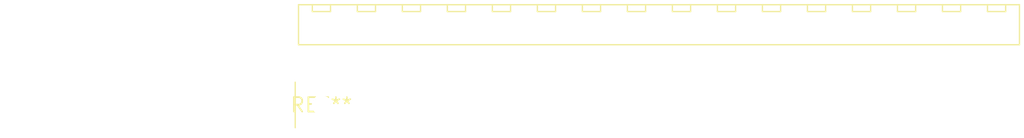
<source format=kicad_pcb>
(kicad_pcb (version 20240108) (generator pcbnew)
  (layers (0 "F.Cu" signal) (31 "B.Cu" signal) (34 "B.Paste" user) (35 "F.Paste" user) (36 "B.SilkS" user "B.Silkscreen") (37 "F.SilkS" user "F.Silkscreen") (38 "B.Mask" user) (39 "F.Mask" user) (44 "Edge.Cuts" user))
  (net 0 "")
  (footprint "Molex_KK-396_A-41792-0016_1x16_P3.96mm_Horizontal" (layer "F.Cu") (at 0 0)
    (property "Reference" "REF**")
    (property "Value" "Molex_KK-396_A-41792-0016_1x16_P3.96mm_Horizontal")
    (fp_line (start -2.305 -2) (end -2.305 2) (layer "F.SilkS") (stroke (width 0.12)))
    (fp_line (start -2.015 -8.82) (end 61.415 -8.82) (layer "F.SilkS") (stroke (width 0.12)))
    (fp_line (start -2.015 -5.3) (end -2.015 -8.82) (layer "F.SilkS") (stroke (width 0.12)))
    (fp_line (start -0.8 -8.82) (end -0.8 -8.22) (layer "F.SilkS") (stroke (width 0.12)))
    (fp_line (start -0.8 -8.22) (end 0.8 -8.22) (layer "F.SilkS") (stroke (width 0.12)))
    (fp_line (start 0.8 -8.22) (end 0.8 -8.82) (layer "F.SilkS") (stroke (width 0.12)))
    (fp_line (start 3.16 -8.82) (end 3.16 -8.22) (layer "F.SilkS") (stroke (width 0.12)))
    (fp_line (start 3.16 -8.22) (end 4.76 -8.22) (layer "F.SilkS") (stroke (width 0.12)))
    (fp_line (start 4.76 -8.22) (end 4.76 -8.82) (layer "F.SilkS") (stroke (width 0.12)))
    (fp_line (start 7.12 -8.82) (end 7.12 -8.22) (layer "F.SilkS") (stroke (width 0.12)))
    (fp_line (start 7.12 -8.22) (end 8.72 -8.22) (layer "F.SilkS") (stroke (width 0.12)))
    (fp_line (start 8.72 -8.22) (end 8.72 -8.82) (layer "F.SilkS") (stroke (width 0.12)))
    (fp_line (start 11.08 -8.82) (end 11.08 -8.22) (layer "F.SilkS") (stroke (width 0.12)))
    (fp_line (start 11.08 -8.22) (end 12.68 -8.22) (layer "F.SilkS") (stroke (width 0.12)))
    (fp_line (start 12.68 -8.22) (end 12.68 -8.82) (layer "F.SilkS") (stroke (width 0.12)))
    (fp_line (start 15.04 -8.82) (end 15.04 -8.22) (layer "F.SilkS") (stroke (width 0.12)))
    (fp_line (start 15.04 -8.22) (end 16.64 -8.22) (layer "F.SilkS") (stroke (width 0.12)))
    (fp_line (start 16.64 -8.22) (end 16.64 -8.82) (layer "F.SilkS") (stroke (width 0.12)))
    (fp_line (start 19 -8.82) (end 19 -8.22) (layer "F.SilkS") (stroke (width 0.12)))
    (fp_line (start 19 -8.22) (end 20.6 -8.22) (layer "F.SilkS") (stroke (width 0.12)))
    (fp_line (start 20.6 -8.22) (end 20.6 -8.82) (layer "F.SilkS") (stroke (width 0.12)))
    (fp_line (start 22.96 -8.82) (end 22.96 -8.22) (layer "F.SilkS") (stroke (width 0.12)))
    (fp_line (start 22.96 -8.22) (end 24.56 -8.22) (layer "F.SilkS") (stroke (width 0.12)))
    (fp_line (start 24.56 -8.22) (end 24.56 -8.82) (layer "F.SilkS") (stroke (width 0.12)))
    (fp_line (start 26.92 -8.82) (end 26.92 -8.22) (layer "F.SilkS") (stroke (width 0.12)))
    (fp_line (start 26.92 -8.22) (end 28.52 -8.22) (layer "F.SilkS") (stroke (width 0.12)))
    (fp_line (start 28.52 -8.22) (end 28.52 -8.82) (layer "F.SilkS") (stroke (width 0.12)))
    (fp_line (start 30.88 -8.82) (end 30.88 -8.22) (layer "F.SilkS") (stroke (width 0.12)))
    (fp_line (start 30.88 -8.22) (end 32.48 -8.22) (layer "F.SilkS") (stroke (width 0.12)))
    (fp_line (start 32.48 -8.22) (end 32.48 -8.82) (layer "F.SilkS") (stroke (width 0.12)))
    (fp_line (start 34.84 -8.82) (end 34.84 -8.22) (layer "F.SilkS") (stroke (width 0.12)))
    (fp_line (start 34.84 -8.22) (end 36.44 -8.22) (layer "F.SilkS") (stroke (width 0.12)))
    (fp_line (start 36.44 -8.22) (end 36.44 -8.82) (layer "F.SilkS") (stroke (width 0.12)))
    (fp_line (start 38.8 -8.82) (end 38.8 -8.22) (layer "F.SilkS") (stroke (width 0.12)))
    (fp_line (start 38.8 -8.22) (end 40.4 -8.22) (layer "F.SilkS") (stroke (width 0.12)))
    (fp_line (start 40.4 -8.22) (end 40.4 -8.82) (layer "F.SilkS") (stroke (width 0.12)))
    (fp_line (start 42.76 -8.82) (end 42.76 -8.22) (layer "F.SilkS") (stroke (width 0.12)))
    (fp_line (start 42.76 -8.22) (end 44.36 -8.22) (layer "F.SilkS") (stroke (width 0.12)))
    (fp_line (start 44.36 -8.22) (end 44.36 -8.82) (layer "F.SilkS") (stroke (width 0.12)))
    (fp_line (start 46.72 -8.82) (end 46.72 -8.22) (layer "F.SilkS") (stroke (width 0.12)))
    (fp_line (start 46.72 -8.22) (end 48.32 -8.22) (layer "F.SilkS") (stroke (width 0.12)))
    (fp_line (start 48.32 -8.22) (end 48.32 -8.82) (layer "F.SilkS") (stroke (width 0.12)))
    (fp_line (start 50.68 -8.82) (end 50.68 -8.22) (layer "F.SilkS") (stroke (width 0.12)))
    (fp_line (start 50.68 -8.22) (end 52.28 -8.22) (layer "F.SilkS") (stroke (width 0.12)))
    (fp_line (start 52.28 -8.22) (end 52.28 -8.82) (layer "F.SilkS") (stroke (width 0.12)))
    (fp_line (start 54.64 -8.82) (end 54.64 -8.22) (layer "F.SilkS") (stroke (width 0.12)))
    (fp_line (start 54.64 -8.22) (end 56.24 -8.22) (layer "F.SilkS") (stroke (width 0.12)))
    (fp_line (start 56.24 -8.22) (end 56.24 -8.82) (layer "F.SilkS") (stroke (width 0.12)))
    (fp_line (start 58.6 -8.82) (end 58.6 -8.22) (layer "F.SilkS") (stroke (width 0.12)))
    (fp_line (start 58.6 -8.22) (end 60.2 -8.22) (layer "F.SilkS") (stroke (width 0.12)))
    (fp_line (start 60.2 -8.22) (end 60.2 -8.82) (layer "F.SilkS") (stroke (width 0.12)))
    (fp_line (start 61.415 -8.82) (end 61.415 -5.3) (layer "F.SilkS") (stroke (width 0.12)))
    (fp_line (start 61.415 -5.3) (end -2.015 -5.3) (layer "F.SilkS") (stroke (width 0.12)))
    (pad "1" thru_hole roundrect (at 0 0) (size 3.16 4.1) (drill 1.7) (layers *.Cu *.Mask) (remove_unused_layers) (roundrect_rratio 0.079114))
    (pad "2" thru_hole oval (at 3.96 0) (size 3.16 4.1) (drill 1.7) (layers *.Cu *.Mask) (remove_unused_layers))
    (pad "3" thru_hole oval (at 7.92 0) (size 3.16 4.1) (drill 1.7) (layers *.Cu *.Mask) (remove_unused_layers))
    (pad "4" thru_hole oval (at 11.88 0) (size 3.16 4.1) (drill 1.7) (layers *.Cu *.Mask) (remove_unused_layers))
    (pad "5" thru_hole oval (at 15.84 0) (size 3.16 4.1) (drill 1.7) (layers *.Cu *.Mask) (remove_unused_layers))
    (pad "6" thru_hole oval (at 19.8 0) (size 3.16 4.1) (drill 1.7) (layers *.Cu *.Mask) (remove_unused_layers))
    (pad "7" thru_hole oval (at 23.76 0) (size 3.16 4.1) (drill 1.7) (layers *.Cu *.Mask) (remove_unused_layers))
    (pad "8" thru_hole oval (at 27.72 0) (size 3.16 4.1) (drill 1.7) (layers *.Cu *.Mask) (remove_unused_layers))
    (pad "9" thru_hole oval (at 31.68 0) (size 3.16 4.1) (drill 1.7) (layers *.Cu *.Mask) (remove_unused_layers))
    (pad "10" thru_hole oval (at 35.64 0) (size 3.16 4.1) (drill 1.7) (layers *.Cu *.Mask) (remove_unused_layers))
    (pad "11" thru_hole oval (at 39.6 0) (size 3.16 4.1) (drill 1.7) (layers *.Cu *.Mask) (remove_unused_layers))
    (pad "12" thru_hole oval (at 43.56 0) (size 3.16 4.1) (drill 1.7) (layers *.Cu *.Mask) (remove_unused_layers))
    (pad "13" thru_hole oval (at 47.52 0) (size 3.16 4.1) (drill 1.7) (layers *.Cu *.Mask) (remove_unused_layers))
    (pad "14" thru_hole oval (at 51.48 0) (size 3.16 4.1) (drill 1.7) (layers *.Cu *.Mask) (remove_unused_layers))
    (pad "15" thru_hole oval (at 55.44 0) (size 3.16 4.1) (drill 1.7) (layers *.Cu *.Mask) (remove_unused_layers))
    (pad "16" thru_hole oval (at 59.4 0) (size 3.16 4.1) (drill 1.7) (layers *.Cu *.Mask) (remove_unused_layers))
  )
)
</source>
